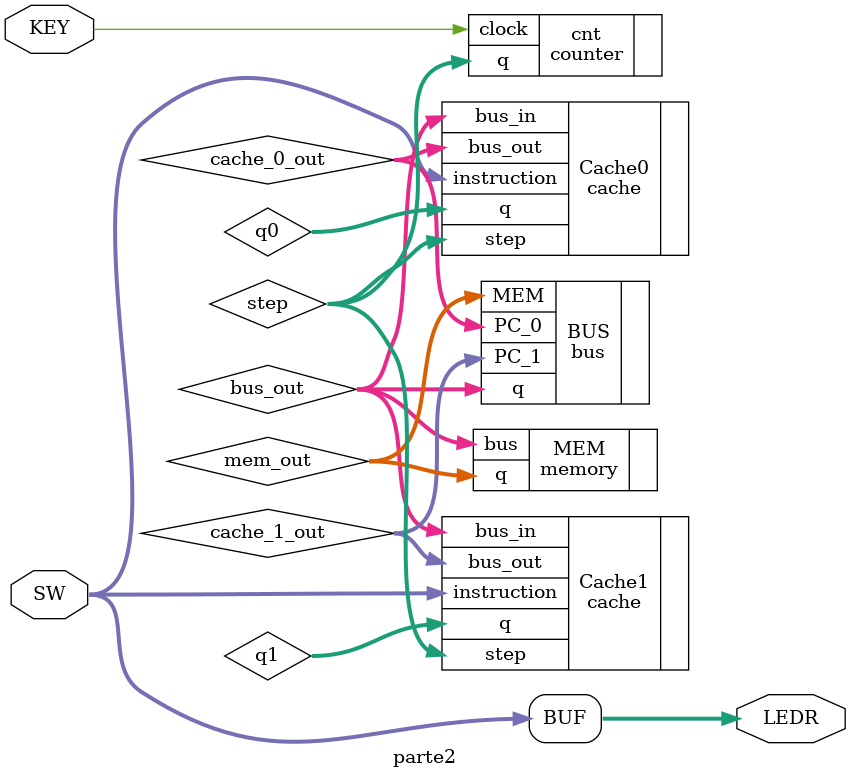
<source format=v>
module parte2(KEY, SW, LEDR);

  input [0:0] KEY;
  input [17:9] SW;
  output [17:9] LEDR;

  // intruction => op [1] | proc [2] | tag [2] | value [4] = 9 bits

  localparam [1:0] PC_0 = 0, PC_1 = 1;
  localparam ReadMiss = 1, ReadHit = 2, WriteBack = 3;

  wire [1:0] step;
  wire [7:0] cache_0_out, cache_1_out, mem_out, bus_out;
  wire [7:0] q0, q1;

  counter cnt (
    .clock(KEY[0]),
    .q(step)
  );

  cache #(
    .NAME(PC_0), .FILE("C:/altera/LAOCII/Pratica_04/parte_2/cache_0.mem"),
    .ReadMiss(ReadMiss), .ReadHit(ReadHit), .WriteBack(WriteBack)
    ) Cache0 (
    .step(step),
    .instruction(SW),
    .bus_in(bus_out),
    .bus_out(cache_0_out),
    .q(q0)
  );

  cache #(
    .NAME(PC_1), .FILE("C:/altera/LAOCII/Pratica_04/parte_2/cache_1.mem"),
    .ReadMiss(ReadMiss), .ReadHit(ReadHit), .WriteBack(WriteBack)
    ) Cache1 (
    .step(step),
    .instruction(SW),
    .bus_in(bus_out),
    .bus_out(cache_1_out),
    .q(q1)
  );


  memory #(
    .FILE("C:/altera/LAOCII/Pratica_04/parte_2/mem.mem"),
    .ReadMiss(ReadMiss),
    .WriteBack(WriteBack)
  ) MEM (
    .bus(bus_out),
    .q(mem_out)
  );

  bus #(
    .ReadHit(ReadHit)
  ) BUS (
    .PC_0(cache_0_out),
    .PC_1(cache_1_out),
    .MEM(mem_out),
    .q(bus_out)
  );

  assign LEDR = SW;

endmodule
</source>
